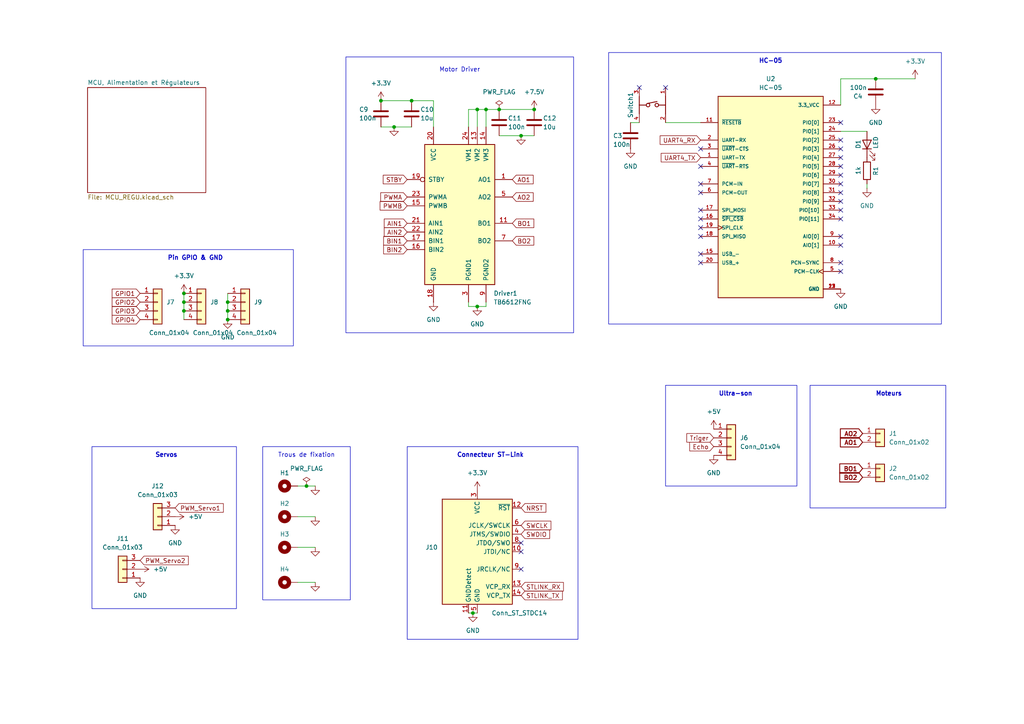
<source format=kicad_sch>
(kicad_sch (version 20231120) (generator "eeschema") (generator_version "8.0")
  (paper "A4")
  (lib_symbols
    (symbol "Connector:Conn_ST_STDC14"
      (property "Reference" "J" (at -8.89 16.51 0))
      (property "Value" "Conn_ST_STDC14" (at 17.78 16.51 0))
      (symbol "Conn_ST_STDC14_0_1"
        (rectangle (start -10.16 15.24) (end 10.16 -15.24) (stroke (width 0.254)) (fill (type background)))
      )
      (symbol "Conn_ST_STDC14_1_1"
        (pin no_connect line (at -10.16 5.08 0) (length 2.54) hide (name "NC") (number "1"))
        (pin output line (at 12.7 0 180) (length 2.54) (name "JTDI/NC") (number "10"))
        (pin passive line (at -2.54 -17.78 90) (length 2.54) (name "GNDDetect") (number "11"))
        (pin open_collector line (at 12.7 12.7 180) (length 2.54) (name "~{RST}") (number "12"))
        (pin output line (at 12.7 -10.16 180) (length 2.54) (name "VCP_RX") (number "13"))
        (pin input line (at 12.7 -12.7 180) (length 2.54) (name "VCP_TX") (number "14"))
        (pin no_connect line (at -10.16 2.54 0) (length 2.54) hide (name "NC") (number "2"))
        (pin power_in line (at 0 17.78 270) (length 2.54) (name "VCC") (number "3"))
        (pin bidirectional line (at 12.7 5.08 180) (length 2.54) (name "JTMS/SWDIO") (number "4"))
        (pin power_in line (at 0 -17.78 90) (length 2.54) (name "GND") (number "5"))
        (pin output line (at 12.7 7.62 180) (length 2.54) (name "JCLK/SWCLK") (number "6"))
        (pin passive line (at 0 -17.78 90) (length 2.54) hide (name "GND") (number "7"))
        (pin input line (at 12.7 2.54 180) (length 2.54) (name "JTDO/SWO") (number "8"))
        (pin input line (at 12.7 -5.08 180) (length 2.54) (name "JRCLK/NC") (number "9"))
      )
    )
    (symbol "Connector_Generic:Conn_01x02" (pin_names (offset 1.016) hide)
      (property "Reference" "J" (at 0 2.54 0))
      (property "Value" "Conn_01x02" (at 0 -5.08 0))
      (symbol "Conn_01x02_1_1"
        (rectangle (start -1.27 -2.413) (end 0 -2.667) (stroke (width 0.1524)))
        (rectangle (start -1.27 0.127) (end 0 -0.127) (stroke (width 0.1524)))
        (rectangle (start -1.27 1.27) (end 1.27 -3.81) (stroke (width 0.254)) (fill (type background)))
        (pin passive line (at -5.08 0 0) (length 3.81) (name "Pin_1") (number "1"))
        (pin passive line (at -5.08 -2.54 0) (length 3.81) (name "Pin_2") (number "2"))
      )
    )
    (symbol "Connector_Generic:Conn_01x03" (pin_names (offset 1.016) hide)
      (property "Reference" "J" (at 0 5.08 0))
      (property "Value" "Conn_01x03" (at 0 -5.08 0))
      (symbol "Conn_01x03_1_1"
        (rectangle (start -1.27 -2.413) (end 0 -2.667) (stroke (width 0.1524)))
        (rectangle (start -1.27 0.127) (end 0 -0.127) (stroke (width 0.1524)))
        (rectangle (start -1.27 2.667) (end 0 2.413) (stroke (width 0.1524)))
        (rectangle (start -1.27 3.81) (end 1.27 -3.81) (stroke (width 0.254)) (fill (type background)))
        (pin passive line (at -5.08 2.54 0) (length 3.81) (name "Pin_1") (number "1"))
        (pin passive line (at -5.08 0 0) (length 3.81) (name "Pin_2") (number "2"))
        (pin passive line (at -5.08 -2.54 0) (length 3.81) (name "Pin_3") (number "3"))
      )
    )
    (symbol "Connector_Generic:Conn_01x04" (pin_names (offset 1.016) hide)
      (property "Reference" "J" (at 0 5.08 0))
      (property "Value" "Conn_01x04" (at 0 -7.62 0))
      (symbol "Conn_01x04_1_1"
        (rectangle (start -1.27 -4.953) (end 0 -5.207) (stroke (width 0.1524)))
        (rectangle (start -1.27 -2.413) (end 0 -2.667) (stroke (width 0.1524)))
        (rectangle (start -1.27 0.127) (end 0 -0.127) (stroke (width 0.1524)))
        (rectangle (start -1.27 2.667) (end 0 2.413) (stroke (width 0.1524)))
        (rectangle (start -1.27 3.81) (end 1.27 -6.35) (stroke (width 0.254)) (fill (type background)))
        (pin passive line (at -5.08 2.54 0) (length 3.81) (name "Pin_1") (number "1"))
        (pin passive line (at -5.08 0 0) (length 3.81) (name "Pin_2") (number "2"))
        (pin passive line (at -5.08 -2.54 0) (length 3.81) (name "Pin_3") (number "3"))
        (pin passive line (at -5.08 -5.08 0) (length 3.81) (name "Pin_4") (number "4"))
      )
    )
    (symbol "Device:C" (pin_numbers hide) (pin_names (offset 0.254))
      (property "Reference" "C" (at 0.635 2.54 0))
      (property "Value" "C" (at 0.635 -2.54 0))
      (symbol "C_0_1"
        (polyline (pts (xy -2.032 -0.762) (xy 2.032 -0.762)) (stroke (width 0.508)))
        (polyline (pts (xy -2.032 0.762) (xy 2.032 0.762)) (stroke (width 0.508)))
      )
      (symbol "C_1_1"
        (pin passive line (at 0 3.81 270) (length 2.794) (name "~") (number "1"))
        (pin passive line (at 0 -3.81 90) (length 2.794) (name "~") (number "2"))
      )
    )
    (symbol "Device:LED" (pin_numbers hide) (pin_names (offset 1.016) hide)
      (property "Reference" "D" (at 0 2.54 0))
      (property "Value" "LED" (at 0 -2.54 0))
      (symbol "LED_0_1"
        (polyline (pts (xy -1.27 -1.27) (xy -1.27 1.27)) (stroke (width 0.254)))
        (polyline (pts (xy -1.27 0) (xy 1.27 0)))
        (polyline (pts (xy 1.27 -1.27) (xy 1.27 1.27) (xy -1.27 0) (xy 1.27 -1.27)) (stroke (width 0.254)))
        (polyline (pts (xy -3.048 -0.762) (xy -4.572 -2.286) (xy -3.81 -2.286) (xy -4.572 -2.286) (xy -4.572 -1.524)))
        (polyline (pts (xy -1.778 -0.762) (xy -3.302 -2.286) (xy -2.54 -2.286) (xy -3.302 -2.286) (xy -3.302 -1.524)))
      )
      (symbol "LED_1_1"
        (pin passive line (at -3.81 0 0) (length 2.54) (name "K") (number "1"))
        (pin passive line (at 3.81 0 180) (length 2.54) (name "A") (number "2"))
      )
    )
    (symbol "Device:R" (pin_numbers hide) (pin_names (offset 0))
      (property "Reference" "R" (at 2.032 0 90))
      (property "Value" "R" (at 0 0 90))
      (symbol "R_0_1"
        (rectangle (start -1.016 -2.54) (end 1.016 2.54) (stroke (width 0.254)))
      )
      (symbol "R_1_1"
        (pin passive line (at 0 3.81 270) (length 1.27) (name "~") (number "1"))
        (pin passive line (at 0 -3.81 90) (length 1.27) (name "~") (number "2"))
      )
    )
    (symbol "Driver_Motor:TB6612FNG" (pin_names (offset 1.016))
      (property "Reference" "U" (at 11.43 17.78 0))
      (property "Value" "TB6612FNG" (at 11.43 15.24 0))
      (symbol "TB6612FNG_0_1"
        (rectangle (start -10.16 20.32) (end 10.16 -20.32) (stroke (width 0.254)) (fill (type background)))
      )
      (symbol "TB6612FNG_1_1"
        (pin output line (at 15.24 10.16 180) (length 5.08) (name "AO1") (number "1"))
        (pin passive line (at 7.62 -25.4 90) (length 5.08) hide (name "PGND2") (number "10"))
        (pin output line (at 15.24 -2.54 180) (length 5.08) (name "BO1") (number "11"))
        (pin passive line (at 15.24 -2.54 180) (length 5.08) hide (name "BO1") (number "12"))
        (pin power_in line (at 5.08 25.4 270) (length 5.08) (name "VM2") (number "13"))
        (pin power_in line (at 7.62 25.4 270) (length 5.08) (name "VM3") (number "14"))
        (pin input line (at -15.24 2.54 0) (length 5.08) (name "PWMB") (number "15"))
        (pin input line (at -15.24 -10.16 0) (length 5.08) (name "BIN2") (number "16"))
        (pin input line (at -15.24 -7.62 0) (length 5.08) (name "BIN1") (number "17"))
        (pin power_in line (at -7.62 -25.4 90) (length 5.08) (name "GND") (number "18"))
        (pin input inverted (at -15.24 10.16 0) (length 5.08) (name "STBY") (number "19"))
        (pin passive line (at 15.24 10.16 180) (length 5.08) hide (name "AO1") (number "2"))
        (pin power_in line (at -7.62 25.4 270) (length 5.08) (name "VCC") (number "20"))
        (pin input line (at -15.24 -2.54 0) (length 5.08) (name "AIN1") (number "21"))
        (pin input line (at -15.24 -5.08 0) (length 5.08) (name "AIN2") (number "22"))
        (pin input line (at -15.24 5.08 0) (length 5.08) (name "PWMA") (number "23"))
        (pin power_in line (at 2.54 25.4 270) (length 5.08) (name "VM1") (number "24"))
        (pin power_in line (at 2.54 -25.4 90) (length 5.08) (name "PGND1") (number "3"))
        (pin passive line (at 2.54 -25.4 90) (length 5.08) hide (name "PGND1") (number "4"))
        (pin output line (at 15.24 5.08 180) (length 5.08) (name "AO2") (number "5"))
        (pin passive line (at 15.24 5.08 180) (length 5.08) hide (name "AO2") (number "6"))
        (pin output line (at 15.24 -7.62 180) (length 5.08) (name "BO2") (number "7"))
        (pin passive line (at 15.24 -7.62 180) (length 5.08) hide (name "BO2") (number "8"))
        (pin power_in line (at 7.62 -25.4 90) (length 5.08) (name "PGND2") (number "9"))
      )
    )
    (symbol "HC-05:HC-05" (pin_names (offset 1.016))
      (property "Reference" "U" (at -15.24 31.115 0))
      (property "Value" "HC-05" (at -15.24 -30.48 0))
      (symbol "HC-05_0_0"
        (rectangle (start -15.24 -27.94) (end 15.24 30.48) (stroke (width 0.254)) (fill (type background)))
        (pin output line (at -20.32 12.7 0) (length 5.08) (name "UART-TX") (number "1"))
        (pin bidirectional line (at 20.32 -12.7 180) (length 5.08) (name "AIO[1]") (number "10"))
        (pin input line (at -20.32 22.86 0) (length 5.08) (name "~{RESETB}") (number "11"))
        (pin power_in line (at 20.32 27.94 180) (length 5.08) (name "3.3_VCC") (number "12"))
        (pin power_in line (at 20.32 -25.4 180) (length 5.08) (name "GND") (number "13"))
        (pin bidirectional line (at -20.32 -15.24 0) (length 5.08) (name "USB_-") (number "15"))
        (pin input line (at -20.32 -5.08 0) (length 5.08) (name "~{SPI_CSB}") (number "16"))
        (pin input line (at -20.32 -2.54 0) (length 5.08) (name "SPI_MOSI") (number "17"))
        (pin output line (at -20.32 -10.16 0) (length 5.08) (name "SPI_MISO") (number "18"))
        (pin input clock (at -20.32 -7.62 0) (length 5.08) (name "SPI_CLK") (number "19"))
        (pin input line (at -20.32 17.78 0) (length 5.08) (name "UART-RX") (number "2"))
        (pin bidirectional line (at -20.32 -17.78 0) (length 5.08) (name "USB_+") (number "20"))
        (pin power_in line (at 20.32 -25.4 180) (length 5.08) (name "GND") (number "21"))
        (pin power_in line (at 20.32 -25.4 180) (length 5.08) (name "GND") (number "22"))
        (pin bidirectional line (at 20.32 22.86 180) (length 5.08) (name "PIO[0]") (number "23"))
        (pin bidirectional line (at 20.32 20.32 180) (length 5.08) (name "PIO[1]") (number "24"))
        (pin bidirectional line (at 20.32 17.78 180) (length 5.08) (name "PIO[2]") (number "25"))
        (pin bidirectional line (at 20.32 15.24 180) (length 5.08) (name "PIO[3]") (number "26"))
        (pin bidirectional line (at 20.32 12.7 180) (length 5.08) (name "PIO[4]") (number "27"))
        (pin bidirectional line (at 20.32 10.16 180) (length 5.08) (name "PIO[5]") (number "28"))
        (pin bidirectional line (at 20.32 7.62 180) (length 5.08) (name "PIO[6]") (number "29"))
        (pin input line (at -20.32 15.24 0) (length 5.08) (name "~{UART}-CTS") (number "3"))
        (pin bidirectional line (at 20.32 5.08 180) (length 5.08) (name "PIO[7]") (number "30"))
        (pin bidirectional line (at 20.32 2.54 180) (length 5.08) (name "PIO[8]") (number "31"))
        (pin bidirectional line (at 20.32 0 180) (length 5.08) (name "PIO[9]") (number "32"))
        (pin bidirectional line (at 20.32 -2.54 180) (length 5.08) (name "PIO[10]") (number "33"))
        (pin bidirectional line (at 20.32 -5.08 180) (length 5.08) (name "PIO[11]") (number "34"))
        (pin output line (at -20.32 10.16 0) (length 5.08) (name "~{UART}-RTS") (number "4"))
        (pin bidirectional clock (at 20.32 -20.32 180) (length 5.08) (name "PCM-CLK") (number "5"))
        (pin output line (at -20.32 2.54 0) (length 5.08) (name "PCM-OUT") (number "6"))
        (pin input line (at -20.32 5.08 0) (length 5.08) (name "PCM-IN") (number "7"))
        (pin bidirectional line (at 20.32 -17.78 180) (length 5.08) (name "PCN-SYNC") (number "8"))
        (pin bidirectional line (at 20.32 -10.16 180) (length 5.08) (name "AIO[0]") (number "9"))
      )
    )
    (symbol "MountingHole_Pad_2" (pin_numbers hide) (pin_names (offset 1.016) hide) (exclude_from_sim yes) (in_bom no)
      (property "Reference" "H1" (at 2.54 2.5401 0))
      (property "Value" "MountingHole_Pad" (at 2.54 0.0001 0))
      (symbol "MountingHole_Pad_2_0_1"
        (circle (center 0 1.27) (radius 1.27) (stroke (width 1.27)))
      )
      (symbol "MountingHole_Pad_2_1_1"
        (pin input line (at 0 -2.54 90) (length 2.54) (name "1") (number "1"))
      )
    )
    (symbol "boutonSMD_wurth430471025826:430471025826" (pin_names (offset 1.016))
      (property "Reference" "S" (at 0 5.842 0))
      (symbol "430471025826_0_0"
        (polyline (pts (xy -2.54 -2.54) (xy 0 -2.54)) (stroke (width 0.254)))
        (polyline (pts (xy -2.54 5.08) (xy 0 5.08)) (stroke (width 0.254)))
        (polyline (pts (xy -0.47 -0.2) (xy -1.04 2.61)) (stroke (width 0.254)))
        (polyline (pts (xy 0 -2.54) (xy 2.54 -2.54)) (stroke (width 0.254)))
        (polyline (pts (xy 0 -0.535) (xy 0 -2.54)) (stroke (width 0.254)))
        (polyline (pts (xy 0 3.075) (xy 0 5.08)) (stroke (width 0.254)))
        (polyline (pts (xy 0 5.08) (xy 2.54 5.08)) (stroke (width 0.254)))
        (circle (center 0 0) (radius 0.508) (stroke (width 0.254)))
        (circle (center 0 2.54) (radius 0.508) (stroke (width 0.254)))
        (pin passive line (at -5.08 5.08 0) (length 2.54) (name "~") (number "1"))
        (pin passive line (at 5.08 5.08 180) (length 2.54) (name "~") (number "2"))
        (pin passive line (at -5.08 -2.54 0) (length 2.54) (name "~") (number "3"))
        (pin passive line (at 5.08 -2.54 180) (length 2.54) (name "~") (number "4"))
      )
    )
    (symbol "power:+3.3V" (power) (pin_numbers hide) (pin_names (offset 0) hide)
      (property "Value" "+3.3V" (at 0 3.556 0))
      (symbol "+3.3V_0_1"
        (polyline (pts (xy -0.762 1.27) (xy 0 2.54)))
        (polyline (pts (xy 0 0) (xy 0 2.54)))
        (polyline (pts (xy 0 2.54) (xy 0.762 1.27)))
      )
      (symbol "+3.3V_1_1"
        (pin power_in line (at 0 0 90) (length 0) (name "~") (number "1"))
      )
    )
    (symbol "power:+5V" (power) (pin_numbers hide) (pin_names (offset 0) hide)
      (property "Value" "+5V" (at 0 3.556 0))
      (symbol "+5V_0_1"
        (polyline (pts (xy -0.762 1.27) (xy 0 2.54)))
        (polyline (pts (xy 0 0) (xy 0 2.54)))
        (polyline (pts (xy 0 2.54) (xy 0.762 1.27)))
      )
      (symbol "+5V_1_1"
        (pin power_in line (at 0 0 90) (length 0) (name "~") (number "1"))
      )
    )
    (symbol "power:+7.5V" (power) (pin_numbers hide) (pin_names (offset 0) hide)
      (property "Value" "+7.5V" (at 0 3.556 0))
      (symbol "+7.5V_0_1"
        (polyline (pts (xy -0.762 1.27) (xy 0 2.54)))
        (polyline (pts (xy 0 0) (xy 0 2.54)))
        (polyline (pts (xy 0 2.54) (xy 0.762 1.27)))
      )
      (symbol "+7.5V_1_1"
        (pin power_in line (at 0 0 90) (length 0) (name "~") (number "1"))
      )
    )
    (symbol "power:GND" (power) (pin_numbers hide) (pin_names (offset 0) hide)
      (property "Value" "GND" (at 0 -3.81 0))
      (symbol "GND_0_1"
        (polyline (pts (xy 0 0) (xy 0 -1.27) (xy 1.27 -1.27) (xy 0 -2.54) (xy -1.27 -1.27) (xy 0 -1.27)))
      )
      (symbol "GND_1_1"
        (pin power_in line (at 0 0 270) (length 0) (name "~") (number "1"))
      )
    )
    (symbol "power:PWR_FLAG" (power) (pin_numbers hide) (pin_names (offset 0) hide)
      (property "Value" "PWR_FLAG" (at 0 3.81 0))
      (symbol "PWR_FLAG_0_0"
        (pin power_out line (at 0 0 90) (length 0) (name "~") (number "1"))
      )
      (symbol "PWR_FLAG_0_1"
        (polyline (pts (xy 0 0) (xy 0 1.27) (xy -1.016 1.905) (xy 0 2.54) (xy 1.016 1.905) (xy 0 1.27)))
      )
    )
  )
  (junction (at 114.3 36.83))
  (junction (at 66.04 87.63))
  (junction (at 254 22.86))
  (junction (at 66.04 92.71))
  (junction (at 137.16 177.8))
  (junction (at 66.04 90.17))
  (junction (at 119.38 29.21))
  (junction (at 151.13 39.37))
  (junction (at 53.34 85.09))
  (junction (at 154.94 31.75))
  (junction (at 53.34 90.17))
  (junction (at 53.34 87.63))
  (junction (at 138.43 88.9))
  (junction (at 144.78 31.75))
  (junction (at 140.97 31.75))
  (junction (at 88.9 140.97))
  (junction (at 110.49 29.21))
  (junction (at 138.43 31.75))
  (no_connect (at 203.2 60.96))
  (no_connect (at 243.84 63.5))
  (no_connect (at 243.84 50.8))
  (no_connect (at 243.84 68.58))
  (no_connect (at 243.84 71.12))
  (no_connect (at 203.2 76.2))
  (no_connect (at 243.84 60.96))
  (no_connect (at 243.84 53.34))
  (no_connect (at 243.84 45.72))
  (no_connect (at 243.84 78.74))
  (no_connect (at 151.13 157.48))
  (no_connect (at 151.13 160.02))
  (no_connect (at 203.2 68.58))
  (no_connect (at 151.13 165.1))
  (no_connect (at 243.84 58.42))
  (no_connect (at 243.84 43.18))
  (no_connect (at 185.42 25.4))
  (no_connect (at 203.2 73.66))
  (no_connect (at 243.84 35.56))
  (no_connect (at 203.2 48.26))
  (no_connect (at 243.84 40.64))
  (no_connect (at 203.2 66.04))
  (no_connect (at 243.84 76.2))
  (no_connect (at 203.2 55.88))
  (no_connect (at 203.2 63.5))
  (no_connect (at 203.2 53.34))
  (no_connect (at 193.04 25.4))
  (no_connect (at 243.84 55.88))
  (no_connect (at 243.84 48.26))
  (no_connect (at 203.2 43.18))
  (wire (pts (xy 140.97 31.75) (xy 144.78 31.75)))
  (wire (pts (xy 254 22.86) (xy 265.43 22.86)))
  (wire (pts (xy 243.84 22.86) (xy 254 22.86)))
  (wire (pts (xy 114.3 36.83) (xy 119.38 36.83)))
  (wire (pts (xy 140.97 31.75) (xy 140.97 36.83)))
  (wire (pts (xy 66.04 85.09) (xy 66.04 87.63)))
  (wire (pts (xy 110.49 29.21) (xy 119.38 29.21)))
  (wire (pts (xy 135.89 31.75) (xy 135.89 36.83)))
  (wire (pts (xy 86.36 158.75) (xy 91.44 158.75)))
  (wire (pts (xy 135.89 87.63) (xy 135.89 88.9)))
  (wire (pts (xy 135.89 177.8) (xy 137.16 177.8)))
  (wire (pts (xy 110.49 36.83) (xy 114.3 36.83)))
  (wire (pts (xy 138.43 88.9) (xy 140.97 88.9)))
  (wire (pts (xy 53.34 85.09) (xy 53.34 87.63)))
  (wire (pts (xy 243.84 22.86) (xy 243.84 30.48)))
  (wire (pts (xy 140.97 87.63) (xy 140.97 88.9)))
  (wire (pts (xy 144.78 39.37) (xy 151.13 39.37)))
  (wire (pts (xy 138.43 31.75) (xy 140.97 31.75)))
  (wire (pts (xy 88.9 140.97) (xy 91.44 140.97)))
  (wire (pts (xy 86.36 168.91) (xy 91.44 168.91)))
  (wire (pts (xy 86.36 140.97) (xy 88.9 140.97)))
  (wire (pts (xy 125.73 29.21) (xy 119.38 29.21)))
  (wire (pts (xy 66.04 87.63) (xy 66.04 90.17)))
  (wire (pts (xy 151.13 39.37) (xy 154.94 39.37)))
  (wire (pts (xy 66.04 90.17) (xy 66.04 92.71)))
  (wire (pts (xy 53.34 90.17) (xy 53.34 92.71)))
  (wire (pts (xy 135.89 31.75) (xy 138.43 31.75)))
  (wire (pts (xy 138.43 31.75) (xy 138.43 36.83)))
  (wire (pts (xy 125.73 29.21) (xy 125.73 36.83)))
  (wire (pts (xy 135.89 88.9) (xy 138.43 88.9)))
  (wire (pts (xy 144.78 31.75) (xy 154.94 31.75)))
  (wire (pts (xy 137.16 177.8) (xy 138.43 177.8)))
  (wire (pts (xy 86.36 149.86) (xy 91.44 149.86)))
  (wire (pts (xy 182.88 35.56) (xy 185.42 35.56)))
  (wire (pts (xy 243.84 38.1) (xy 251.46 38.1)))
  (wire (pts (xy 251.46 54.61) (xy 251.46 53.34)))
  (wire (pts (xy 193.04 35.56) (xy 203.2 35.56)))
  (wire (pts (xy 53.34 87.63) (xy 53.34 90.17)))
  (rectangle (start 176.53 15.24) (end 273.05 93.98))
  (rectangle (start 76.2 129.54) (end 101.6 173.99))
  (rectangle (start 26.67 129.54) (end 68.58 176.53))
  (rectangle (start 193.04 111.76) (end 231.14 140.97))
  (rectangle (start 234.95 111.76) (end 274.32 147.32))
  (rectangle (start 24.13 72.39) (end 85.09 100.33))
  (rectangle (start 118.11 129.54) (end 167.64 185.42))
  (rectangle (start 100.33 16.51) (end 166.37 96.52))
  (text "Ultra-son" (at 213.36 114.3 0) (effects (font (size 1.27 1.27) (thickness 0.254) (bold yes))))
  (text "Servos" (at 48.26 132.08 0) (effects (font (size 1.27 1.27) (thickness 0.254) (bold yes))))
  (text "Connecteur ST-Link\n" (at 142.24 132.08 0) (effects (font (size 1.27 1.27) (thickness 0.254) (bold yes))))
  (text "Trous de fixation\n" (at 88.9 132.08 0) (effects (font (size 1.27 1.27))))
  (text "Moteurs\n" (at 257.81 114.3 0) (effects (font (size 1.27 1.27) (thickness 0.254) (bold yes))))
  (text "Pin GPIO & GND \n" (at 57.15 74.93 0) (effects (font (size 1.27 1.27) (thickness 0.254) (bold yes))))
  (text "HC-05\n" (at 223.52 17.78 0) (effects (font (size 1.27 1.27) (thickness 0.254) (bold yes))))
  (text "Motor Driver\n" (at 133.35 20.32 0) (effects (font (size 1.27 1.27))))
  (global_label "SWCLK" (shape input) (at 151.13 152.4 0) (property "Intersheetrefs" "${INTERSHEET_REFS}" (effects (hide yes))))
  (global_label "BIN2" (shape input) (at 118.11 72.39 180) (effects (font (thickness 0.1588))) (property "Intersheetrefs" "${INTERSHEET_REFS}" (effects (hide yes))))
  (global_label "PWM_Servo1" (shape input) (at 50.8 147.32 0) (property "Intersheetrefs" "${INTERSHEET_REFS}" (effects (hide yes))))
  (global_label "AIN1" (shape input) (at 118.11 64.77 180) (effects (font (thickness 0.1588))) (property "Intersheetrefs" "${INTERSHEET_REFS}" (effects (hide yes))))
  (global_label "GPIO4" (shape input) (at 40.64 92.71 180) (effects (font (thickness 0.1588))) (property "Intersheetrefs" "${INTERSHEET_REFS}" (effects (hide yes))))
  (global_label "Echo" (shape input) (at 207.01 129.54 180) (property "Intersheetrefs" "${INTERSHEET_REFS}" (effects (hide yes))))
  (global_label "BO2" (shape input) (at 148.59 69.85 0) (effects (font (thickness 0.1588))) (property "Intersheetrefs" "${INTERSHEET_REFS}" (effects (hide yes))))
  (global_label "BO1" (shape input) (at 250.19 135.89 180) (effects (font (thickness 0.254) (bold yes))) (property "Intersheetrefs" "${INTERSHEET_REFS}" (effects (hide yes))))
  (global_label "SWDIO" (shape input) (at 151.13 154.94 0) (property "Intersheetrefs" "${INTERSHEET_REFS}" (effects (hide yes))))
  (global_label "STLINK_TX" (shape input) (at 151.13 172.72 0) (property "Intersheetrefs" "${INTERSHEET_REFS}" (effects (hide yes))))
  (global_label "GPIO3" (shape input) (at 40.64 90.17 180) (effects (font (thickness 0.1588))) (property "Intersheetrefs" "${INTERSHEET_REFS}" (effects (hide yes))))
  (global_label "GPIO1" (shape input) (at 40.64 85.09 180) (effects (font (thickness 0.1588))) (property "Intersheetrefs" "${INTERSHEET_REFS}" (effects (hide yes))))
  (global_label "BO2" (shape input) (at 250.19 138.43 180) (effects (font (thickness 0.254) (bold yes))) (property "Intersheetrefs" "${INTERSHEET_REFS}" (effects (hide yes))))
  (global_label "AO1" (shape input) (at 148.59 52.07 0) (effects (font (thickness 0.1588))) (property "Intersheetrefs" "${INTERSHEET_REFS}" (effects (hide yes))))
  (global_label "BIN1" (shape input) (at 118.11 69.85 180) (effects (font (thickness 0.1588))) (property "Intersheetrefs" "${INTERSHEET_REFS}" (effects (hide yes))))
  (global_label "STLINK_RX" (shape input) (at 151.13 170.18 0) (property "Intersheetrefs" "${INTERSHEET_REFS}" (effects (hide yes))))
  (global_label "PWMA" (shape input) (at 118.11 57.15 180) (effects (font (thickness 0.1588))) (property "Intersheetrefs" "${INTERSHEET_REFS}" (effects (hide yes))))
  (global_label "NRST" (shape input) (at 151.13 147.32 0) (effects (font (thickness 0.1588))) (property "Intersheetrefs" "${INTERSHEET_REFS}" (effects (hide yes))))
  (global_label "PWM_Servo2" (shape input) (at 40.64 162.56 0) (property "Intersheetrefs" "${INTERSHEET_REFS}" (effects (hide yes))))
  (global_label "BO1" (shape input) (at 148.59 64.77 0) (effects (font (thickness 0.1588))) (property "Intersheetrefs" "${INTERSHEET_REFS}" (effects (hide yes))))
  (global_label "UART4_RX" (shape input) (at 203.2 40.64 180) (property "Intersheetrefs" "${INTERSHEET_REFS}" (effects (hide yes))))
  (global_label "STBY" (shape input) (at 118.11 52.07 180) (effects (font (thickness 0.1588))) (property "Intersheetrefs" "${INTERSHEET_REFS}" (effects (hide yes))))
  (global_label "AIN2" (shape input) (at 118.11 67.31 180) (effects (font (thickness 0.1588))) (property "Intersheetrefs" "${INTERSHEET_REFS}" (effects (hide yes))))
  (global_label "AO1" (shape input) (at 250.19 128.27 180) (effects (font (thickness 0.254) (bold yes))) (property "Intersheetrefs" "${INTERSHEET_REFS}" (effects (hide yes))))
  (global_label "AO2" (shape input) (at 250.19 125.73 180) (effects (font (thickness 0.254) (bold yes))) (property "Intersheetrefs" "${INTERSHEET_REFS}" (effects (hide yes))))
  (global_label "AO2" (shape input) (at 148.59 57.15 0) (effects (font (thickness 0.1588))) (property "Intersheetrefs" "${INTERSHEET_REFS}" (effects (hide yes))))
  (global_label "GPIO2" (shape input) (at 40.64 87.63 180) (effects (font (thickness 0.1588))) (property "Intersheetrefs" "${INTERSHEET_REFS}" (effects (hide yes))))
  (global_label "UART4_TX" (shape input) (at 203.2 45.72 180) (property "Intersheetrefs" "${INTERSHEET_REFS}" (effects (hide yes))))
  (global_label "PWMB" (shape input) (at 118.11 59.69 180) (effects (font (thickness 0.1588))) (property "Intersheetrefs" "${INTERSHEET_REFS}" (effects (hide yes))))
  (global_label "Triger" (shape input) (at 207.01 127 180) (property "Intersheetrefs" "${INTERSHEET_REFS}" (effects (hide yes))))
  (symbol (lib_id "power:GND") (at 207.01 132.08 0) (unit 1)
    (property "Reference" "#PWR023" (effects (hide yes)))
    (property "Value" "GND" (at 207.01 137.16 0))
    (property "Description" "Power symbol creates a global label with name \"GND\" , ground" (effects (hide yes)))
  )
  (symbol (lib_name "MountingHole_Pad_2") (lib_id "Mechanical:MountingHole_Pad") (at 83.82 168.91 90) (unit 1) (exclude_from_sim yes) (in_bom no)
    (property "Reference" "H4" (at 82.55 165.1 90))
    (property "Value" "MountingHole_Pad" (effects (hide yes)))
    (property "Footprint" "MountingHole:MountingHole_2.7mm_M2.5_Pad" (effects (hide yes)))
    (property "Description" "Mounting Hole with connection" (effects (hide yes)))
  )
  (symbol (lib_id "Device:C") (at 119.38 33.02 0) (unit 1)
    (property "Reference" "C10" (at 121.92 31.75 0) (effects (justify left)))
    (property "Value" "10u" (at 121.92 34.29 0) (effects (justify left)))
    (property "Footprint" "Capacitor_SMD:C_0805_2012Metric" (effects (hide yes)))
    (property "Description" "Unpolarized capacitor" (effects (hide yes)))
  )
  (symbol (lib_id "power:+5V") (at 50.8 149.86 270) (unit 1)
    (property "Reference" "#PWR034" (effects (hide yes)))
    (property "Value" "+5V" (at 54.61 149.8599 90) (effects (justify left)))
    (property "Description" "Power symbol creates a global label with name \"+5V\"" (effects (hide yes)))
  )
  (symbol (lib_id "power:+3.3V") (at 110.49 29.21 0) (unit 1)
    (property "Reference" "#PWR08" (effects (hide yes)))
    (property "Value" "+3.3V" (at 110.49 24.13 0))
    (property "Description" "Power symbol creates a global label with name \"+3.3V\"" (effects (hide yes)))
  )
  (symbol (lib_id "power:GND") (at 254 30.48 0) (unit 1)
    (property "Reference" "#PWR018" (effects (hide yes)))
    (property "Value" "GND" (at 254 35.56 0))
    (property "Description" "Power symbol creates a global label with name \"GND\" , ground" (effects (hide yes)))
  )
  (symbol (lib_id "power:GND") (at 137.16 177.8 0) (unit 1)
    (property "Reference" "#PWR026" (effects (hide yes)))
    (property "Value" "GND" (at 137.16 182.88 0))
    (property "Description" "Power symbol creates a global label with name \"GND\" , ground" (effects (hide yes)))
  )
  (symbol (lib_id "Driver_Motor:TB6612FNG") (at 133.35 62.23 0) (unit 1)
    (property "Reference" "Driver1" (at 143.1641 85.09 0) (effects (justify left)))
    (property "Value" "TB6612FNG" (at 143.1641 87.63 0) (effects (justify left)))
    (property "Footprint" "Package_SO:SSOP-24_5.3x8.2mm_P0.65mm" (effects (hide yes)))
    (property "Datasheet" "https://toshiba.semicon-storage.com/us/product/linear/motordriver/detail.TB6612FNG.html" (effects (hide yes)))
    (property "Description" "Driver IC for Dual DC motor, SSOP-24" (effects (hide yes)))
  )
  (symbol (lib_id "HC-05:HC-05") (at 223.52 58.42 0) (unit 1)
    (property "Reference" "U2" (at 223.52 22.86 0))
    (property "Value" "HC-05" (at 223.52 25.4 0))
    (property "Footprint" "HC-05:XCVR_HC-05" (effects (hide yes)))
    (property "MF" "ITead Studio" (effects (hide yes)))
    (property "Description_1" "\n                        \n                            Bluetooth to Serial Port Module\n                        \n" (effects (hide yes)))
    (property "Package" "Module ITead Studio" (effects (hide yes)))
    (property "Price" "None" (effects (hide yes)))
    (property "STANDARD" "Manufacturer Recommendations" (effects (hide yes)))
    (property "PARTREV" "v1.0" (effects (hide yes)))
    (property "SnapEDA_Link" "https://www.snapeda.com/parts/HC-05/ITEAD/view-part/?ref=snap" (effects (hide yes)))
    (property "MP" "HC-05" (effects (hide yes)))
    (property "Availability" "Not in stock" (effects (hide yes)))
    (property "Check_prices" "https://www.snapeda.com/parts/HC-05/ITEAD/view-part/?ref=eda" (effects (hide yes)))
  )
  (symbol (lib_id "Device:R") (at 251.46 49.53 180) (unit 1)
    (property "Reference" "R1" (at 254 48.26 90) (effects (justify left)))
    (property "Value" "1k" (at 248.92 48.26 90) (effects (justify left)))
    (property "Footprint" "Resistor_SMD:R_0603_1608Metric_Pad0.98x0.95mm_HandSolder" (effects (hide yes)))
    (property "Description" "Resistor" (effects (hide yes)))
  )
  (symbol (lib_id "power:GND") (at 114.3 36.83 0) (unit 1)
    (property "Reference" "#PWR09" (effects (hide yes)))
    (property "Value" "GND" (effects (hide yes)))
    (property "Description" "Power symbol creates a global label with name \"GND\" , ground" (effects (hide yes)))
  )
  (symbol (lib_id "Connector_Generic:Conn_01x02") (at 255.27 125.73 0) (unit 1)
    (property "Reference" "J1" (at 257.81 125.7299 0) (effects (justify left)))
    (property "Value" "Conn_01x02" (at 257.81 128.2699 0) (effects (justify left)))
    (property "Footprint" "Connector_JST:JST_XH_B2B-XH-A_1x02_P2.50mm_Vertical" (effects (hide yes)))
    (property "Description" "Generic connector, single row, 01x02, script generated (kicad-library-utils/schlib/autogen/connector/)" (effects (hide yes)))
  )
  (symbol (lib_id "power:GND") (at 91.44 158.75 0) (unit 1)
    (property "Reference" "#PWR030" (effects (hide yes)))
    (property "Value" "GND" (effects (hide yes)))
    (property "Description" "Power symbol creates a global label with name \"GND\" , ground" (effects (hide yes)))
  )
  (symbol (lib_id "Device:C") (at 254 26.67 0) (unit 1)
    (property "Reference" "C4" (at 250.19 27.94 0) (effects (justify right)))
    (property "Value" "100n" (at 251.46 25.4 0) (effects (justify right)))
    (property "Footprint" "Capacitor_SMD:C_0402_1005Metric" (effects (hide yes)))
    (property "Description" "Unpolarized capacitor" (effects (hide yes)))
  )
  (symbol (lib_id "Connector_Generic:Conn_01x04") (at 58.42 87.63 0) (unit 1)
    (property "Reference" "J8" (at 60.96 87.6299 0) (effects (justify left)))
    (property "Value" "Conn_01x04" (at 55.88 96.52 0) (effects (justify left)))
    (property "Footprint" "Connector_PinHeader_2.54mm:PinHeader_1x04_P2.54mm_Vertical" (effects (hide yes)))
    (property "Description" "Generic connector, single row, 01x04, script generated (kicad-library-utils/schlib/autogen/connector/)" (effects (hide yes)))
  )
  (symbol (lib_name "MountingHole_Pad_2") (lib_id "Mechanical:MountingHole_Pad") (at 83.82 149.86 90) (unit 1) (exclude_from_sim yes) (in_bom no)
    (property "Reference" "H2" (at 82.55 146.05 90))
    (property "Value" "MountingHole_Pad" (effects (hide yes)))
    (property "Footprint" "MountingHole:MountingHole_2.7mm_M2.5_Pad" (effects (hide yes)))
    (property "Description" "Mounting Hole with connection" (effects (hide yes)))
  )
  (symbol (lib_id "power:GND") (at 66.04 92.71 0) (unit 1)
    (property "Reference" "#PWR025" (effects (hide yes)))
    (property "Value" "GND" (at 66.04 97.79 0))
    (property "Description" "Power symbol creates a global label with name \"GND\" , ground" (effects (hide yes)))
  )
  (symbol (lib_id "Connector_Generic:Conn_01x04") (at 71.12 87.63 0) (unit 1)
    (property "Reference" "J9" (at 73.66 87.6299 0) (effects (justify left)))
    (property "Value" "Conn_01x04" (at 68.58 96.52 0) (effects (justify left)))
    (property "Footprint" "Connector_PinHeader_2.54mm:PinHeader_1x04_P2.54mm_Vertical" (effects (hide yes)))
    (property "Description" "Generic connector, single row, 01x04, script generated (kicad-library-utils/schlib/autogen/connector/)" (effects (hide yes)))
  )
  (symbol (lib_id "Device:C") (at 182.88 39.37 180) (unit 1)
    (property "Reference" "C3" (at 177.8 39.37 0) (effects (justify right)))
    (property "Value" "100n" (at 177.8 41.91 0) (effects (justify right)))
    (property "Footprint" "Capacitor_SMD:C_0402_1005Metric" (effects (hide yes)))
    (property "Description" "Unpolarized capacitor" (effects (hide yes)))
  )
  (symbol (lib_id "Connector_Generic:Conn_01x04") (at 45.72 87.63 0) (unit 1)
    (property "Reference" "J7" (at 48.26 87.6299 0) (effects (justify left)))
    (property "Value" "Conn_01x04" (at 43.18 96.52 0) (effects (justify left)))
    (property "Footprint" "Connector_PinHeader_2.54mm:PinHeader_1x04_P2.54mm_Vertical" (effects (hide yes)))
    (property "Description" "Generic connector, single row, 01x04, script generated (kicad-library-utils/schlib/autogen/connector/)" (effects (hide yes)))
  )
  (symbol (lib_id "power:GND") (at 50.8 152.4 0) (unit 1)
    (property "Reference" "#PWR035" (effects (hide yes)))
    (property "Value" "GND" (at 50.8 157.48 0))
    (property "Description" "Power symbol creates a global label with name \"GND\" , ground" (effects (hide yes)))
  )
  (symbol (lib_id "power:+3.3V") (at 138.43 142.24 0) (unit 1)
    (property "Reference" "#PWR027" (effects (hide yes)))
    (property "Value" "+3.3V" (at 138.43 137.16 0))
    (property "Description" "Power symbol creates a global label with name \"+3.3V\"" (effects (hide yes)))
  )
  (symbol (lib_id "power:GND") (at 243.84 83.82 0) (unit 1)
    (property "Reference" "#PWR015" (effects (hide yes)))
    (property "Value" "GND" (at 243.84 88.9 0))
    (property "Description" "Power symbol creates a global label with name \"GND\" , ground" (effects (hide yes)))
  )
  (symbol (lib_id "power:GND") (at 91.44 149.86 0) (unit 1)
    (property "Reference" "#PWR029" (effects (hide yes)))
    (property "Value" "GND" (effects (hide yes)))
    (property "Description" "Power symbol creates a global label with name \"GND\" , ground" (effects (hide yes)))
  )
  (symbol (lib_id "power:PWR_FLAG") (at 144.78 31.75 0) (unit 1)
    (property "Reference" "#FLG02" (effects (hide yes)))
    (property "Value" "PWR_FLAG" (at 144.78 26.67 0))
    (property "Description" "Special symbol for telling ERC where power comes from" (effects (hide yes)))
  )
  (symbol (lib_id "power:GND") (at 151.13 39.37 0) (unit 1)
    (property "Reference" "#PWR012" (effects (hide yes)))
    (property "Value" "GND" (effects (hide yes)))
    (property "Description" "Power symbol creates a global label with name \"GND\" , ground" (effects (hide yes)))
  )
  (symbol (lib_id "power:GND") (at 138.43 88.9 0) (unit 1)
    (property "Reference" "#PWR011" (effects (hide yes)))
    (property "Value" "GND" (at 138.43 93.98 0))
    (property "Description" "Power symbol creates a global label with name \"GND\" , ground" (effects (hide yes)))
  )
  (symbol (lib_id "power:+5V") (at 207.01 124.46 0) (unit 1)
    (property "Reference" "#PWR022" (effects (hide yes)))
    (property "Value" "+5V" (at 207.01 119.38 0))
    (property "Description" "Power symbol creates a global label with name \"+5V\"" (effects (hide yes)))
  )
  (symbol (lib_id "power:GND") (at 91.44 168.91 0) (unit 1)
    (property "Reference" "#PWR031" (effects (hide yes)))
    (property "Value" "GND" (effects (hide yes)))
    (property "Description" "Power symbol creates a global label with name \"GND\" , ground" (effects (hide yes)))
  )
  (symbol (lib_id "power:GND") (at 40.64 167.64 0) (unit 1)
    (property "Reference" "#PWR033" (effects (hide yes)))
    (property "Value" "GND" (at 40.64 172.72 0))
    (property "Description" "Power symbol creates a global label with name \"GND\" , ground" (effects (hide yes)))
  )
  (symbol (lib_id "power:PWR_FLAG") (at 88.9 140.97 0) (unit 1)
    (property "Reference" "#FLG04" (effects (hide yes)))
    (property "Value" "PWR_FLAG" (at 88.9 135.89 0))
    (property "Description" "Special symbol for telling ERC where power comes from" (effects (hide yes)))
  )
  (symbol (lib_id "Device:C") (at 154.94 35.56 0) (unit 1)
    (property "Reference" "C12" (at 157.48 34.29 0) (effects (justify left)))
    (property "Value" "10u" (at 157.48 36.83 0) (effects (justify left)))
    (property "Footprint" "Capacitor_SMD:C_0805_2012Metric" (effects (hide yes)))
    (property "Description" "Unpolarized capacitor" (effects (hide yes)))
  )
  (symbol (lib_id "Connector:Conn_ST_STDC14") (at 138.43 160.02 0) (unit 1)
    (property "Reference" "J10" (at 127 158.7499 0) (effects (justify right)))
    (property "Value" "Conn_ST_STDC14" (at 158.75 177.8 0) (effects (justify right)))
    (property "Footprint" "Connector_PinHeader_1.27mm:PinHeader_2x07_P1.27mm_Vertical_SMD" (effects (hide yes)))
    (property "Datasheet" "https://www.st.com/content/ccc/resource/technical/document/user_manual/group1/99/49/91/b6/b2/3a/46/e5/DM00526767/files/DM00526767.pdf/jcr:content/translations/en.DM00526767.pdf" (effects (hide yes)))
    (property "Description" "ST Debug Connector, standard ARM Cortex-M SWD and JTAG interface plus UART" (effects (hide yes)))
  )
  (symbol (lib_id "Connector_Generic:Conn_01x03") (at 35.56 165.1 180) (unit 1)
    (property "Reference" "J11" (at 35.56 156.21 0))
    (property "Value" "Conn_01x03" (at 35.56 158.75 0))
    (property "Footprint" "Connector_JST:JST_XH_B3B-XH-A_1x03_P2.50mm_Vertical" (effects (hide yes)))
    (property "Description" "Generic connector, single row, 01x03, script generated (kicad-library-utils/schlib/autogen/connector/)" (effects (hide yes)))
  )
  (symbol (lib_id "power:GND") (at 91.44 140.97 0) (unit 1)
    (property "Reference" "#PWR028" (effects (hide yes)))
    (property "Value" "GND" (effects (hide yes)))
    (property "Description" "Power symbol creates a global label with name \"GND\" , ground" (effects (hide yes)))
  )
  (symbol (lib_id "Connector_Generic:Conn_01x04") (at 212.09 127 0) (unit 1)
    (property "Reference" "J6" (at 214.63 126.9999 0) (effects (justify left)))
    (property "Value" "Conn_01x04" (at 214.63 129.5399 0) (effects (justify left)))
    (property "Footprint" "Connector_JST:JST_PH_B4B-PH-K_1x04_P2.00mm_Vertical" (effects (hide yes)))
    (property "Description" "Generic connector, single row, 01x04, script generated (kicad-library-utils/schlib/autogen/connector/)" (effects (hide yes)))
  )
  (symbol (lib_id "power:+3.3V") (at 53.34 85.09 0) (unit 1)
    (property "Reference" "#PWR024" (effects (hide yes)))
    (property "Value" "+3.3V" (at 53.34 80.01 0))
    (property "Description" "Power symbol creates a global label with name \"+3.3V\"" (effects (hide yes)))
  )
  (symbol (lib_id "power:+3.3V") (at 265.43 22.86 0) (unit 1)
    (property "Reference" "#PWR014" (effects (hide yes)))
    (property "Value" "+3.3V" (at 265.43 17.78 0))
    (property "Description" "Power symbol creates a global label with name \"+3.3V\"" (effects (hide yes)))
  )
  (symbol (lib_id "power:+7.5V") (at 154.94 31.75 0) (unit 1)
    (property "Reference" "#PWR013" (effects (hide yes)))
    (property "Value" "+7.5V" (at 154.94 26.67 0))
    (property "Description" "Power symbol creates a global label with name \"+7.5V\"" (effects (hide yes)))
  )
  (symbol (lib_id "Connector_Generic:Conn_01x02") (at 255.27 135.89 0) (unit 1)
    (property "Reference" "J2" (at 257.81 135.8899 0) (effects (justify left)))
    (property "Value" "Conn_01x02" (at 257.81 138.4299 0) (effects (justify left)))
    (property "Footprint" "Connector_JST:JST_XH_B2B-XH-A_1x02_P2.50mm_Vertical" (effects (hide yes)))
    (property "Description" "Generic connector, single row, 01x02, script generated (kicad-library-utils/schlib/autogen/connector/)" (effects (hide yes)))
  )
  (symbol (lib_id "Connector_Generic:Conn_01x03") (at 45.72 149.86 180) (unit 1)
    (property "Reference" "J12" (at 45.72 140.97 0))
    (property "Value" "Conn_01x03" (at 45.72 143.51 0))
    (property "Footprint" "Connector_JST:JST_XH_B3B-XH-A_1x03_P2.50mm_Vertical" (effects (hide yes)))
    (property "Description" "Generic connector, single row, 01x03, script generated (kicad-library-utils/schlib/autogen/connector/)" (effects (hide yes)))
  )
  (symbol (lib_name "MountingHole_Pad_2") (lib_id "Mechanical:MountingHole_Pad") (at 83.82 140.97 90) (unit 1) (exclude_from_sim yes) (in_bom no)
    (property "Reference" "H1" (at 82.55 137.16 90))
    (property "Value" "MountingHole_Pad" (effects (hide yes)))
    (property "Footprint" "MountingHole:MountingHole_2.7mm_M2.5_Pad" (effects (hide yes)))
    (property "Description" "Mounting Hole with connection" (effects (hide yes)))
  )
  (symbol (lib_id "boutonSMD_wurth430471025826:430471025826") (at 187.96 30.48 270) (unit 1)
    (property "Reference" "Switch1" (at 182.88 30.48 0))
    (property "Value" "430471025826" (effects (hide yes)))
    (property "Footprint" "boutonSMD_wurth430471025826:430471025826" (effects (hide yes)))
    (property "MF" "Würth Elektronik" (effects (hide yes)))
    (property "Description_1" "\n                        \n                            Tactile Switch SPST-NO Top Actuated Surface Mount\n                        \n" (effects (hide yes)))
    (property "Package" "None" (effects (hide yes)))
    (property "Price" "None" (effects (hide yes)))
    (property "VALUE" "430471025826" (effects (hide yes)))
    (property "HEIGHT" "2.5mm" (effects (hide yes)))
    (property "SnapEDA_Link" "https://www.snapeda.com/parts/430471025826/W%25C3%25BCrth+Elektronik+Midcom/view-part/?ref=snap" (effects (hide yes)))
    (property "DATASHEET-URL" "https://www.we-online.com/redexpert/spec/430471025826?ae" (effects (hide yes)))
    (property "MP" "430471025826" (effects (hide yes)))
    (property "PART-NUMBER" "430471025826" (effects (hide yes)))
    (property "OPERATION-FORCE" "260g" (effects (hide yes)))
    (property "QTY" "2000" (effects (hide yes)))
    (property "Availability" "In Stock" (effects (hide yes)))
    (property "Check_prices" "https://www.snapeda.com/parts/430471025826/W%25C3%25BCrth+Elektronik+Midcom/view-part/?ref=eda" (effects (hide yes)))
  )
  (symbol (lib_id "power:+5V") (at 40.64 165.1 270) (unit 1)
    (property "Reference" "#PWR032" (effects (hide yes)))
    (property "Value" "+5V" (at 44.45 165.0999 90) (effects (justify left)))
    (property "Description" "Power symbol creates a global label with name \"+5V\"" (effects (hide yes)))
  )
  (symbol (lib_id "Device:C") (at 144.78 35.56 0) (unit 1)
    (property "Reference" "C11" (at 147.32 34.29 0) (effects (justify left)))
    (property "Value" "100n" (at 147.32 36.83 0) (effects (justify left)))
    (property "Footprint" "Capacitor_SMD:C_0402_1005Metric" (effects (hide yes)))
    (property "Description" "Unpolarized capacitor" (effects (hide yes)))
  )
  (symbol (lib_id "power:GND") (at 182.88 43.18 0) (unit 1)
    (property "Reference" "#PWR017" (effects (hide yes)))
    (property "Value" "GND" (at 182.88 48.26 0))
    (property "Description" "Power symbol creates a global label with name \"GND\" , ground" (effects (hide yes)))
  )
  (symbol (lib_id "power:GND") (at 251.46 54.61 0) (unit 1)
    (property "Reference" "#PWR016" (effects (hide yes)))
    (property "Value" "GND" (at 251.46 59.69 0))
    (property "Description" "Power symbol creates a global label with name \"GND\" , ground" (effects (hide yes)))
  )
  (symbol (lib_id "power:GND") (at 125.73 87.63 0) (unit 1)
    (property "Reference" "#PWR010" (effects (hide yes)))
    (property "Value" "GND" (at 125.73 92.71 0))
    (property "Description" "Power symbol creates a global label with name \"GND\" , ground" (effects (hide yes)))
  )
  (symbol (lib_id "Device:LED") (at 251.46 41.91 90) (unit 1)
    (property "Reference" "D1" (at 248.92 43.18 0) (effects (justify left)))
    (property "Value" "LED" (at 254 43.18 0) (effects (justify left)))
    (property "Footprint" "LED_SMD:LED_0603_1608Metric_Pad1.05x0.95mm_HandSolder" (effects (hide yes)))
    (property "Description" "Light emitting diode" (effects (hide yes)))
  )
  (symbol (lib_name "MountingHole_Pad_2") (lib_id "Mechanical:MountingHole_Pad") (at 83.82 158.75 90) (unit 1) (exclude_from_sim yes) (in_bom no)
    (property "Reference" "H3" (at 82.55 154.94 90))
    (property "Value" "MountingHole_Pad" (effects (hide yes)))
    (property "Footprint" "MountingHole:MountingHole_2.7mm_M2.5_Pad" (effects (hide yes)))
    (property "Description" "Mounting Hole with connection" (effects (hide yes)))
  )
  (symbol (lib_id "Device:C") (at 110.49 33.02 0) (unit 1)
    (property "Reference" "C9" (at 104.14 31.75 0) (effects (justify left)))
    (property "Value" "100n" (at 104.14 34.29 0) (effects (justify left)))
    (property "Footprint" "Capacitor_SMD:C_0402_1005Metric" (effects (hide yes)))
    (property "Description" "Unpolarized capacitor" (effects (hide yes)))
  )
  (sheet (at 25.4 25.4) (size 34.29 30.48) (stroke (width 0.1524))
    (property "Sheetname" "MCU, Alimentation et Régulateurs" (at 25.4 24.6884 0) (effects (justify left bottom)))
    (property "Sheetfile" "MCU_REGU.kicad_sch" (at 25.4 56.4646 0) (effects (justify left top)))
  )
)
</source>
